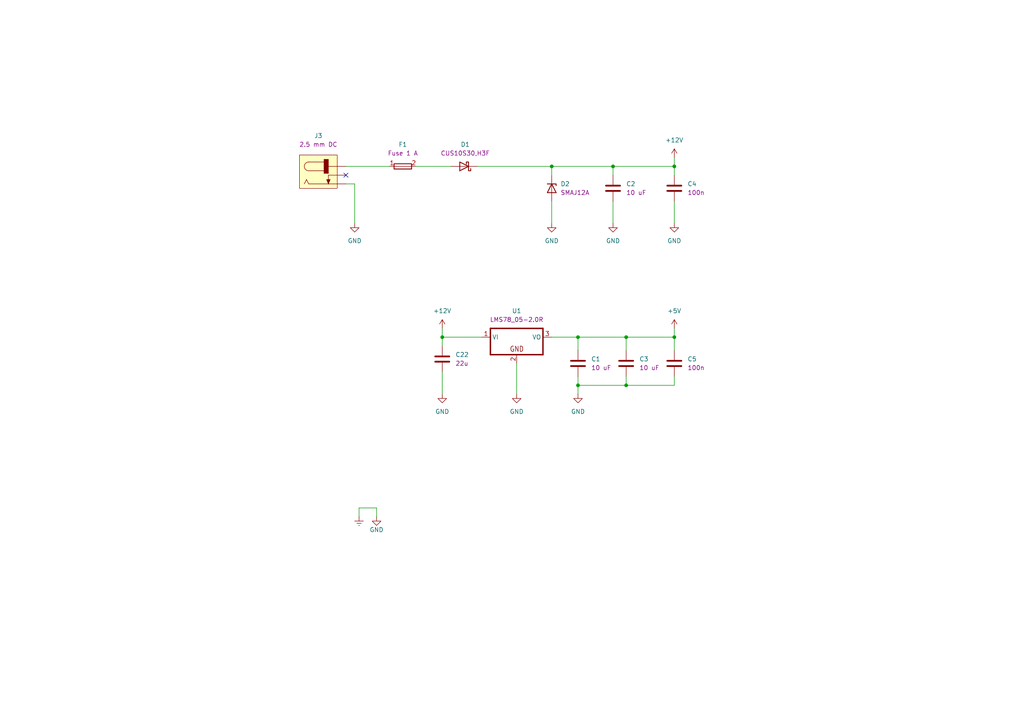
<source format=kicad_sch>
(kicad_sch (version 20211123) (generator eeschema)
  (paper "A4")
  (title_block (title "Gear Display Board") (date "2022-08-13") (rev "1.0") (company "Kallio Designs Oy") (comment 1 "Teemu Latonen") (comment 2 "000064") (comment 3 "000065"))
  (lib_symbols
    (symbol "C_0603_100n_X7R_100V_1" (pin_numbers hide) (pin_names hide)
      (property "Reference" "C" (at 2.54 1.27 0))
      (property "Code" "100n" (at 2.54 -1.27 0))
      (symbol "C_0603_100n_X7R_100V_1_0_1"
        (polyline (pts (xy -2.032 -0.762) (xy 2.032 -0.762)) (stroke (width 0.508)))
        (polyline (pts (xy -2.032 0.762) (xy 2.032 0.762)) (stroke (width 0.508)))
      )
      (symbol "C_0603_100n_X7R_100V_1_1_1"
        (pin passive line (at 0 3.81 270) (length 2.794) (name "~") (number "1"))
        (pin passive line (at 0 -3.81 90) (length 2.794) (name "~") (number "2"))
      )
    )
    (symbol "C_1206_10u_50V_1" (pin_numbers hide) (pin_names hide)
      (property "Reference" "C" (at 2.54 1.27 0))
      (property "Code" "10 uF" (at 2.54 -1.27 0))
      (symbol "C_1206_10u_50V_1_0_1"
        (polyline (pts (xy -2.032 -0.762) (xy 2.032 -0.762)) (stroke (width 0.508)))
        (polyline (pts (xy -2.032 0.762) (xy 2.032 0.762)) (stroke (width 0.508)))
      )
      (symbol "C_1206_10u_50V_1_1_1"
        (pin passive line (at 0 3.81 270) (length 2.794) (name "~") (number "1"))
        (pin passive line (at 0 -3.81 90) (length 2.794) (name "~") (number "2"))
      )
    )
    (symbol "C_1206_10u_50V_2" (pin_numbers hide) (pin_names hide)
      (property "Reference" "C" (at 2.54 1.27 0))
      (property "Code" "10 uF" (at 2.54 -1.27 0))
      (symbol "C_1206_10u_50V_2_0_1"
        (polyline (pts (xy -2.032 -0.762) (xy 2.032 -0.762)) (stroke (width 0.508)))
        (polyline (pts (xy -2.032 0.762) (xy 2.032 0.762)) (stroke (width 0.508)))
      )
      (symbol "C_1206_10u_50V_2_1_1"
        (pin passive line (at 0 3.81 270) (length 2.794) (name "~") (number "1"))
        (pin passive line (at 0 -3.81 90) (length 2.794) (name "~") (number "2"))
      )
    )
    (symbol "KD_Capacitor:C_0603_100n_X7R_100V" (pin_numbers hide) (pin_names hide)
      (property "Reference" "C" (at 2.54 1.27 0))
      (property "Code" "100n" (at 2.54 -1.27 0))
      (symbol "C_0603_100n_X7R_100V_0_1"
        (polyline (pts (xy -2.032 -0.762) (xy 2.032 -0.762)) (stroke (width 0.508)))
        (polyline (pts (xy -2.032 0.762) (xy 2.032 0.762)) (stroke (width 0.508)))
      )
      (symbol "C_0603_100n_X7R_100V_1_1"
        (pin passive line (at 0 3.81 270) (length 2.794) (name "~") (number "1"))
        (pin passive line (at 0 -3.81 90) (length 2.794) (name "~") (number "2"))
      )
    )
    (symbol "KD_Capacitor:C_0805_22u_X5R_10V" (pin_numbers hide) (pin_names hide)
      (property "Reference" "C" (at 2.54 1.27 0))
      (property "Code" "22u" (at 2.54 -1.27 0))
      (symbol "C_0805_22u_X5R_10V_0_1"
        (polyline (pts (xy -2.032 -0.762) (xy 2.032 -0.762)) (stroke (width 0.508)))
        (polyline (pts (xy -2.032 0.762) (xy 2.032 0.762)) (stroke (width 0.508)))
      )
      (symbol "C_0805_22u_X5R_10V_1_1"
        (pin passive line (at 0 3.81 270) (length 2.794) (name "~") (number "1"))
        (pin passive line (at 0 -3.81 90) (length 2.794) (name "~") (number "2"))
      )
    )
    (symbol "KD_Capacitor:C_1206_10u_50V" (pin_numbers hide) (pin_names hide)
      (property "Reference" "C" (at 2.54 1.27 0))
      (property "Code" "10 uF" (at 2.54 -1.27 0))
      (symbol "C_1206_10u_50V_0_1"
        (polyline (pts (xy -2.032 -0.762) (xy 2.032 -0.762)) (stroke (width 0.508)))
        (polyline (pts (xy -2.032 0.762) (xy 2.032 0.762)) (stroke (width 0.508)))
      )
      (symbol "C_1206_10u_50V_1_1"
        (pin passive line (at 0 3.81 270) (length 2.794) (name "~") (number "1"))
        (pin passive line (at 0 -3.81 90) (length 2.794) (name "~") (number "2"))
      )
    )
    (symbol "KD_Connector_Circular:DC_2.5_5.5_PJ-090BH" (pin_numbers hide) (pin_names hide)
      (property "Reference" "J" (at -13.716 7.366 0))
      (property "Code" "2.5 mm DC" (at -13.716 4.826 0))
      (symbol "DC_2.5_5.5_PJ-090BH_0_1"
        (rectangle (start -13.462 3.302) (end -2.54 -6.35) (fill (type background)))
        (rectangle (start -5.08 2.032) (end -6.35 -2.032) (fill (type outline)))
      )
      (symbol "DC_2.5_5.5_PJ-090BH_1_0"
        (polyline (pts (xy -11.43 -3.81) (xy -12.065 -5.08)))
        (polyline (pts (xy -10.795 -5.08) (xy -11.43 -3.81)))
        (polyline (pts (xy -10.795 1.27) (xy -6.35 1.27)))
        (polyline (pts (xy -6.35 -1.27) (xy -10.795 -1.27)))
        (polyline (pts (xy -5.08 -5.08) (xy -10.795 -5.08)))
        (polyline (pts (xy -5.08 -2.54) (xy -5.08 -5.08)))
      )
      (symbol "DC_2.5_5.5_PJ-090BH_1_1"
        (arc (start -10.795 1.27) (mid -12.065 0) (end -10.795 -1.27))
        (polyline (pts (xy -5.08 -5.08) (xy -5.588 -3.81) (xy -5.588 -3.81) (xy -4.572 -3.81) (xy -4.572 -3.81) (xy -5.08 -5.08)) (fill (type outline)))
        (pin power_out line (at 0 0 180) (length 5.08) (name "CENTER") (number "1"))
        (pin passive line (at 0 -5.08 180) (length 5.08) (name "SLEEVE") (number "2"))
        (pin passive line (at 0 -2.54 180) (length 5.08) (name "NC") (number "3"))
        (pin passive line (at 0 -5.08 180) (length 5.08) hide (name "CENTER") (number "4"))
      )
    )
    (symbol "KD_Devices_Other:Fuse_1A_C1F_1"
      (property "Reference" "F" (at 2.54 1.27 0))
      (property "Code" "Fuse 1 A" (at 2.54 -1.27 0))
      (symbol "Fuse_1A_C1F_1_0_1"
        (rectangle (start -0.762 -2.54) (end 0.762 2.54) (stroke (width 0.254)))
        (polyline (pts (xy 0 2.54) (xy 0 -2.54)))
      )
      (symbol "Fuse_1A_C1F_1_1_1"
        (pin passive line (at 0 3.81 270) (length 1.27) (name "~") (number "1"))
        (pin passive line (at 0 -3.81 90) (length 1.27) (name "~") (number "2"))
      )
    )
    (symbol "KD_Diode:Schottky_30V_1A_Toshiba_CUS10S30" (pin_numbers hide) (pin_names hide)
      (property "Reference" "D" (at 0 2.54 0))
      (property "Code" "CUS10S30,H3F" (at 0 -2.54 0))
      (symbol "Schottky_30V_1A_Toshiba_CUS10S30_0_1"
        (polyline (pts (xy 1.27 0) (xy -1.27 0)))
        (polyline (pts (xy 1.27 1.27) (xy 1.27 -1.27) (xy -1.27 0) (xy 1.27 1.27)) (stroke (width 0.254)))
        (polyline (pts (xy -1.905 0.635) (xy -1.905 1.27) (xy -1.27 1.27) (xy -1.27 -1.27) (xy -0.635 -1.27) (xy -0.635 -0.635)) (stroke (width 0.254)))
      )
      (symbol "Schottky_30V_1A_Toshiba_CUS10S30_1_1"
        (pin passive line (at -3.81 0 0) (length 2.54) (name "K") (number "1"))
        (pin passive line (at 3.81 0 180) (length 2.54) (name "A") (number "2"))
      )
    )
    (symbol "KD_Diode:TVS_12V_LF_SMAJ12CA" (pin_numbers hide) (pin_names hide)
      (property "Reference" "D" (at 0 2.54 0))
      (property "Code" "SMAJ12A" (at 0 -2.54 0))
      (symbol "TVS_12V_LF_SMAJ12CA_0_1"
        (polyline (pts (xy 1.27 0) (xy -1.27 0)))
        (polyline (pts (xy -0.762 1.27) (xy -1.27 1.27) (xy -1.27 -1.27)) (stroke (width 0.254)))
        (polyline (pts (xy 1.27 1.27) (xy 1.27 -1.27) (xy -1.27 0) (xy 1.27 1.27)) (stroke (width 0.254)))
      )
      (symbol "TVS_12V_LF_SMAJ12CA_1_1"
        (pin passive line (at -3.81 0 0) (length 2.54) (name "K") (number "1"))
        (pin passive line (at 3.81 0 180) (length 2.54) (name "A") (number "2"))
      )
    )
    (symbol "KD_IC_Regulator_DC_Converter:DC_DC_5V_2A0_GAPTEC_OKI-78SR-5_H"
      (property "Reference" "U" (at -7.62 6.35 0))
      (property "Code" "LMS78_05-2.0R" (at -7.62 3.81 0))
      (symbol "DC_DC_5V_2A0_GAPTEC_OKI-78SR-5_H_1_0"
        (polyline (pts (xy -7.62 -5.08) (xy 7.62 -5.08)) (stroke (width 0.4064)))
        (polyline (pts (xy -7.62 2.54) (xy -7.62 -5.08)) (stroke (width 0.4064)))
        (polyline (pts (xy 7.62 -5.08) (xy 7.62 2.54)) (stroke (width 0.4064)))
        (polyline (pts (xy 7.62 2.54) (xy -7.62 2.54)) (stroke (width 0.4064)))
        (text "GND" (at -2.032 -4.318 0) (effects (font (size 1.524 1.2954)) (justify left bottom)))
        (pin passive line (at -10.16 0 0) (length 2.54) (name "VI") (number "1"))
        (pin passive line (at 0 -7.62 90) (length 2.54) (name "GND") (number "2"))
        (pin power_out line (at 10.16 0 180) (length 2.54) (name "VO") (number "3"))
      )
    )
    (symbol "power:+12V" (power) (pin_names (offset 0))
      (property "Value" "+12V" (at 0 3.556 0))
      (symbol "+12V_0_1"
        (polyline (pts (xy -0.762 1.27) (xy 0 2.54)))
        (polyline (pts (xy 0 0) (xy 0 2.54)))
        (polyline (pts (xy 0 2.54) (xy 0.762 1.27)))
      )
      (symbol "+12V_1_1"
        (pin power_in line (at 0 0 90) (length 0) hide (name "+12V") (number "1"))
      )
    )
    (symbol "power:+5V" (power) (pin_names (offset 0))
      (property "Value" "+5V" (at 0 3.556 0))
      (symbol "+5V_0_1"
        (polyline (pts (xy -0.762 1.27) (xy 0 2.54)))
        (polyline (pts (xy 0 0) (xy 0 2.54)))
        (polyline (pts (xy 0 2.54) (xy 0.762 1.27)))
      )
      (symbol "+5V_1_1"
        (pin power_in line (at 0 0 90) (length 0) hide (name "+5V") (number "1"))
      )
    )
    (symbol "power:Earth" (power) (pin_names (offset 0))
      (symbol "Earth_0_1"
        (polyline (pts (xy -0.635 -1.905) (xy 0.635 -1.905)))
        (polyline (pts (xy -0.127 -2.54) (xy 0.127 -2.54)))
        (polyline (pts (xy 0 -1.27) (xy 0 0)))
        (polyline (pts (xy 1.27 -1.27) (xy -1.27 -1.27)))
      )
      (symbol "Earth_1_1"
        (pin power_in line (at 0 0 270) (length 0) hide (name "Earth") (number "1"))
      )
    )
    (symbol "power:GND" (power) (pin_names (offset 0))
      (property "Value" "GND" (at 0 -3.81 0))
      (symbol "GND_0_1"
        (polyline (pts (xy 0 0) (xy 0 -1.27) (xy 1.27 -1.27) (xy 0 -2.54) (xy -1.27 -1.27) (xy 0 -1.27)))
      )
      (symbol "GND_1_1"
        (pin power_in line (at 0 0 270) (length 0) hide (name "GND") (number "1"))
      )
    )
  )
  (junction (at 160.02 48.26))
  (junction (at 181.61 97.79))
  (junction (at 195.58 97.79))
  (junction (at 195.58 48.26))
  (junction (at 167.64 111.76))
  (junction (at 177.8 48.26))
  (junction (at 181.61 111.76))
  (junction (at 128.27 97.79))
  (junction (at 167.64 97.79))
  (no_connect (at 100.33 50.8))
  (wire (pts (xy 160.02 48.26) (xy 177.8 48.26)))
  (wire (pts (xy 160.02 50.8) (xy 160.02 48.26)))
  (wire (pts (xy 120.65 48.26) (xy 130.81 48.26)))
  (wire (pts (xy 160.02 97.79) (xy 167.64 97.79)))
  (wire (pts (xy 104.14 147.32) (xy 109.22 147.32)))
  (wire (pts (xy 167.64 109.22) (xy 167.64 111.76)))
  (wire (pts (xy 167.64 97.79) (xy 181.61 97.79)))
  (wire (pts (xy 128.27 114.3) (xy 128.27 107.95)))
  (wire (pts (xy 104.14 149.86) (xy 104.14 147.32)))
  (wire (pts (xy 100.33 48.26) (xy 113.03 48.26)))
  (wire (pts (xy 181.61 97.79) (xy 181.61 101.6)))
  (wire (pts (xy 177.8 48.26) (xy 195.58 48.26)))
  (wire (pts (xy 139.7 97.79) (xy 128.27 97.79)))
  (wire (pts (xy 128.27 97.79) (xy 128.27 95.25)))
  (wire (pts (xy 128.27 97.79) (xy 128.27 100.33)))
  (wire (pts (xy 181.61 109.22) (xy 181.61 111.76)))
  (wire (pts (xy 195.58 101.6) (xy 195.58 97.79)))
  (wire (pts (xy 177.8 58.42) (xy 177.8 64.77)))
  (wire (pts (xy 149.86 114.3) (xy 149.86 105.41)))
  (wire (pts (xy 177.8 48.26) (xy 177.8 50.8)))
  (wire (pts (xy 102.87 53.34) (xy 102.87 64.77)))
  (wire (pts (xy 195.58 58.42) (xy 195.58 64.77)))
  (wire (pts (xy 181.61 97.79) (xy 195.58 97.79)))
  (wire (pts (xy 167.64 97.79) (xy 167.64 101.6)))
  (wire (pts (xy 160.02 58.42) (xy 160.02 64.77)))
  (wire (pts (xy 138.43 48.26) (xy 160.02 48.26)))
  (wire (pts (xy 100.33 53.34) (xy 102.87 53.34)))
  (wire (pts (xy 195.58 95.25) (xy 195.58 97.79)))
  (wire (pts (xy 167.64 111.76) (xy 167.64 114.3)))
  (wire (pts (xy 195.58 45.72) (xy 195.58 48.26)))
  (wire (pts (xy 181.61 111.76) (xy 195.58 111.76)))
  (wire (pts (xy 109.22 147.32) (xy 109.22 149.86)))
  (wire (pts (xy 167.64 111.76) (xy 181.61 111.76)))
  (wire (pts (xy 195.58 50.8) (xy 195.58 48.26)))
  (wire (pts (xy 195.58 109.22) (xy 195.58 111.76)))
  (symbol (lib_id "KD_Capacitor:C_0603_100n_X7R_100V") (at 195.58 54.61 0) (unit 1)
    (property "Reference" "C4" (at 199.39 53.3399 0) (effects (justify left)))
    (property "Value" "C_0603_100n_X7R_100V" (effects hide))
    (property "Footprint" "KD_Capacitor:CAPC1608X90N" (effects hide))
    (property "Datasheet" "https://media.digikey.com/pdf/Data%20Sheets/Samsung%20PDFs/CL10B104KC8NNNC_Spec.pdf" (effects hide))
    (property "Code" "100n" (at 199.39 55.8799 0) (effects (justify left)))
    (property "Manufacturer" "Samsung Electro-Mechanics" (effects hide))
    (property "MFG_PartNo" "CL10B104KC8NNNC" (effects hide))
    (property "Supplier" "Digi-Key" (effects hide))
    (property "Supplier_PartNo" "1276-6807-1-ND" (effects hide))
    (property "DNP" "F" (effects hide))
    (property "Price" "0.03" (effects hide))
  )
  (symbol (lib_id "KD_IC_Regulator_DC_Converter:DC_DC_5V_2A0_GAPTEC_OKI-78SR-5_H") (at 149.86 97.79 0) (unit 1)
    (property "Reference" "U1" (at 149.86 90.17 0))
    (property "Value" "DC_DC_5V_0A5_K78U05-500R3" (effects hide))
    (property "Footprint" "KD_IC_DCDC_Converter:DC_DC_GAPTEC_OKI-78SR-5_H" (effects hide))
    (property "Datasheet" "https://gaptec-electronic.com/datenblaetter/LMS78_2.0R.pdf" (effects hide))
    (property "Code" "LMS78_05-2.0R" (at 149.86 92.71 0))
    (property "Manufacturer" "GAPTEC Electronic" (effects hide))
    (property "MFG_PartNo" "LMS78_05-2.0R" (effects hide))
    (property "Supplier" "Digi-Key" (effects hide))
    (property "Supplier_PartNo" "3182-LMS78_05-2.0R-ND" (effects hide))
    (property "DNP" "F" (effects hide))
    (property "Price" "5" (effects hide))
  )
  (symbol (lib_name "C_1206_10u_50V_1") (lib_id "KD_Capacitor:C_1206_10u_50V") (at 167.64 105.41 0) (unit 1)
    (property "Reference" "C1" (at 171.45 104.1399 0) (effects (justify left)))
    (property "Value" "C_1206_10u_50V" (effects hide))
    (property "Footprint" "KD_Capacitor:CAPC3216X150N" (effects hide))
    (property "Datasheet" "datasheet" (effects hide))
    (property "Code" "10 uF" (at 171.45 106.6799 0) (effects (justify left)))
    (property "Manufacturer" "Samsung Electro-Mechanics" (effects hide))
    (property "MFG_PartNo" "CL31B106KBHNNNE" (effects hide))
    (property "Supplier" "Digi-Key" (effects hide))
    (property "Supplier_PartNo" "1276-6767-1-ND" (effects hide))
    (property "DNP" "F" (effects hide))
    (property "Price" "0.10" (effects hide))
  )
  (symbol (lib_id "power:+5V") (at 195.58 95.25 0) (unit 1)
    (property "Reference" "#PWR0102" (effects hide))
    (property "Value" "+5V" (at 195.58 90.17 0))
  )
  (symbol (lib_id "power:GND") (at 167.64 114.3 0) (unit 1)
    (property "Reference" "#PWR0107" (effects hide))
    (property "Value" "GND" (at 167.64 119.38 0))
  )
  (symbol (lib_id "power:GND") (at 177.8 64.77 0) (unit 1)
    (property "Reference" "#PWR0104" (effects hide))
    (property "Value" "GND" (at 177.8 69.85 0))
  )
  (symbol (lib_id "power:GND") (at 109.22 149.86 0) (unit 1)
    (property "Reference" "#PWR0139" (effects hide))
    (property "Value" "GND" (at 109.22 153.67 0))
  )
  (symbol (lib_id "power:GND") (at 149.86 114.3 0) (unit 1)
    (property "Reference" "#PWR0108" (effects hide))
    (property "Value" "GND" (at 149.86 119.38 0))
  )
  (symbol (lib_id "power:+12V") (at 128.27 95.25 0) (unit 1)
    (property "Reference" "#PWR0109" (effects hide))
    (property "Value" "+12V" (at 128.27 90.17 0))
  )
  (symbol (lib_id "power:Earth") (at 104.14 149.86 0) (unit 1)
    (property "Reference" "#PWR0140" (effects hide))
    (property "Value" "Earth" (effects hide))
  )
  (symbol (lib_id "KD_Capacitor:C_1206_10u_50V") (at 177.8 54.61 0) (unit 1)
    (property "Reference" "C2" (at 181.61 53.3399 0) (effects (justify left)))
    (property "Value" "C_1206_10u_50V" (effects hide))
    (property "Footprint" "KD_Capacitor:CAPC3216X150N" (effects hide))
    (property "Datasheet" "datasheet" (effects hide))
    (property "Code" "10 uF" (at 181.61 55.8799 0) (effects (justify left)))
    (property "Manufacturer" "Samsung Electro-Mechanics" (effects hide))
    (property "MFG_PartNo" "CL31B106KBHNNNE" (effects hide))
    (property "Supplier" "Digi-Key" (effects hide))
    (property "Supplier_PartNo" "1276-6767-1-ND" (effects hide))
    (property "DNP" "F" (effects hide))
    (property "Price" "0.10" (effects hide))
  )
  (symbol (lib_id "KD_Devices_Other:Fuse_1A_C1F_1") (at 116.84 48.26 90) (unit 1)
    (property "Reference" "F1" (at 116.84 41.91 90))
    (property "Value" "Fuse_1A_C1F_1" (effects hide))
    (property "Footprint" "KD_Resistor:RESC3216X70N" (effects hide))
    (property "Datasheet" "https://belfuse.com/resources/datasheets/circuitprotection/ds-cp-c1f-series.pdf" (effects hide))
    (property "Code" "Fuse 1 A" (at 116.84 44.45 90))
    (property "Manufacturer" "Bel Fuse Inc." (effects hide))
    (property "MFG_PartNo" "C1F 1" (effects hide))
    (property "Supplier" "Digi-Key" (effects hide))
    (property "Supplier_PartNo" "507-1878-1-ND" (effects hide))
    (property "DNP" "F" (effects hide))
    (property "Price" "0.15" (effects hide))
  )
  (symbol (lib_id "power:GND") (at 102.87 64.77 0) (unit 1)
    (property "Reference" "#PWR0103" (effects hide))
    (property "Value" "GND" (at 102.87 69.85 0))
  )
  (symbol (lib_name "C_0603_100n_X7R_100V_1") (lib_id "KD_Capacitor:C_0603_100n_X7R_100V") (at 195.58 105.41 0) (unit 1)
    (property "Reference" "C5" (at 199.39 104.1399 0) (effects (justify left)))
    (property "Value" "C_0603_100n_X7R_100V" (effects hide))
    (property "Footprint" "KD_Capacitor:CAPC1608X90N" (effects hide))
    (property "Datasheet" "https://media.digikey.com/pdf/Data%20Sheets/Samsung%20PDFs/CL10B104KC8NNNC_Spec.pdf" (effects hide))
    (property "Code" "100n" (at 199.39 106.6799 0) (effects (justify left)))
    (property "Manufacturer" "Samsung Electro-Mechanics" (effects hide))
    (property "MFG_PartNo" "CL10B104KC8NNNC" (effects hide))
    (property "Supplier" "Digi-Key" (effects hide))
    (property "Supplier_PartNo" "1276-6807-1-ND" (effects hide))
    (property "DNP" "F" (effects hide))
    (property "Price" "0.03" (effects hide))
  )
  (symbol (lib_id "power:GND") (at 128.27 114.3 0) (unit 1)
    (property "Reference" "#PWR0145" (effects hide))
    (property "Value" "GND" (at 128.27 119.38 0))
  )
  (symbol (lib_id "KD_Diode:Schottky_30V_1A_Toshiba_CUS10S30") (at 134.62 48.26 180) (unit 1)
    (property "Reference" "D1" (at 134.9375 41.91 0))
    (property "Value" "Schottky_30V_1A_Toshiba_CUS10S30" (effects hide))
    (property "Footprint" "KD_Diode:D_SOD-323" (effects hide))
    (property "Datasheet" "https://toshiba.semicon-storage.com/info/docget.jsp?did=14077&prodName=CUS10S30" (effects hide))
    (property "Code" "CUS10S30,H3F" (at 134.9375 44.45 0))
    (property "Manufacturer" "Toshiba Semiconductor and Storage" (effects hide))
    (property "MFG_PartNo" "CUS10S30,H3F" (effects hide))
    (property "Supplier" "Digi-Key" (effects hide))
    (property "Supplier_PartNo" "CUS10S30H3FCT-ND" (effects hide))
    (property "DNP" "F" (effects hide))
    (property "Price" "0.2" (effects hide))
  )
  (symbol (lib_name "C_1206_10u_50V_2") (lib_id "KD_Capacitor:C_1206_10u_50V") (at 181.61 105.41 0) (unit 1)
    (property "Reference" "C3" (at 185.42 104.1399 0) (effects (justify left)))
    (property "Value" "C_1206_10u_50V" (effects hide))
    (property "Footprint" "KD_Capacitor:CAPC3216X150N" (effects hide))
    (property "Datasheet" "datasheet" (effects hide))
    (property "Code" "10 uF" (at 185.42 106.6799 0) (effects (justify left)))
    (property "Manufacturer" "Samsung Electro-Mechanics" (effects hide))
    (property "MFG_PartNo" "CL31B106KBHNNNE" (effects hide))
    (property "Supplier" "Digi-Key" (effects hide))
    (property "Supplier_PartNo" "1276-6767-1-ND" (effects hide))
    (property "DNP" "F" (effects hide))
    (property "Price" "0.10" (effects hide))
  )
  (symbol (lib_id "power:+12V") (at 195.58 45.72 0) (unit 1)
    (property "Reference" "#PWR0101" (effects hide))
    (property "Value" "+12V" (at 195.58 40.64 0))
  )
  (symbol (lib_id "KD_Diode:TVS_12V_LF_SMAJ12CA") (at 160.02 54.61 270) (unit 1)
    (property "Reference" "D2" (at 162.56 53.3399 90) (effects (justify left)))
    (property "Value" "TVS_12V_LF_SMAJ12CA" (effects hide))
    (property "Footprint" "KD_Diode:DIOC530X280X230_SMA_A" (effects hide))
    (property "Datasheet" "https://media.digikey.com/pdf/Data%20Sheets/AVX%20PDFs/Transient%20Suppression%20Diodes.pdf" (effects hide))
    (property "Code" "SMAJ12A" (at 162.56 55.8799 90) (effects (justify left)))
    (property "Manufacturer" "Littelfuse Inc." (effects hide))
    (property "MFG_PartNo" "SMAJ12A" (effects hide))
    (property "Supplier" "Digi-Key" (effects hide))
    (property "Supplier_PartNo" "SMAJ12ALFCT-ND" (effects hide))
    (property "DNP" "F" (effects hide))
    (property "Price" "0.3" (effects hide))
  )
  (symbol (lib_id "power:GND") (at 160.02 64.77 0) (unit 1)
    (property "Reference" "#PWR0106" (effects hide))
    (property "Value" "GND" (at 160.02 69.85 0))
  )
  (symbol (lib_id "KD_Connector_Circular:DC_2.5_5.5_PJ-090BH") (at 100.33 48.26 0) (unit 1)
    (property "Reference" "J3" (at 92.329 39.37 0))
    (property "Value" "DC_2.5_5.5_PJ-090BH" (effects hide))
    (property "Footprint" "KD_Connector_Circular:CON_DC_2.5_5.5_PJ-090BH" (effects hide))
    (property "Datasheet" "https://www.cuidevices.com/product/resource/digikeypdf/pj-102b.pdf" (effects hide))
    (property "Code" "2.5 mm DC" (at 92.329 41.91 0))
    (property "Manufacturer" "CUI Devices" (effects hide))
    (property "MFG_PartNo" "PJ-090BH" (effects hide))
    (property "Supplier" "Digi-Key" (effects hide))
    (property "Supplier_PartNo" "102-5562-1-ND" (effects hide))
    (property "DNP" "F" (effects hide))
    (property "Price" "1.7" (effects hide))
  )
  (symbol (lib_id "KD_Capacitor:C_0805_22u_X5R_10V") (at 128.27 104.14 0) (unit 1)
    (property "Reference" "C22" (at 132.08 102.8699 0) (effects (justify left)))
    (property "Value" "C_0805_22u_X5R_10V" (effects hide))
    (property "Footprint" "KD_Capacitor:CAPC2012X135N" (effects hide))
    (property "Datasheet" "https://www.samsungsem.com/kr/support/product-search/mlcc/CL21A226MPQNNNE.jsp" (effects hide))
    (property "Code" "22u" (at 132.08 105.4099 0) (effects (justify left)))
    (property "Manufacturer" "Samsung Electro-Mechanics" (effects hide))
    (property "MFG_PartNo" "CL21A226MPQNNNE" (effects hide))
    (property "Supplier" "Digi-Key" (effects hide))
    (property "Supplier_PartNo" "1276-2910-1-ND" (effects hide))
    (property "DNP" "F" (effects hide))
    (property "Price" "0.15" (effects hide))
  )
  (symbol (lib_id "power:GND") (at 195.58 64.77 0) (unit 1)
    (property "Reference" "#PWR0105" (effects hide))
    (property "Value" "GND" (at 195.58 69.85 0))
  )
)
</source>
